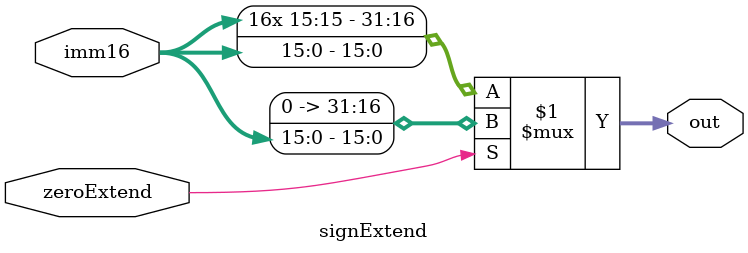
<source format=v>

module signExtend
(
  output[31:0] out,
  input[15:0] imm16,
  input zeroExtend
);

  assign out = zeroExtend ? {16'b0, imm16} : {{16{imm16[15]}}, imm16};

endmodule

</source>
